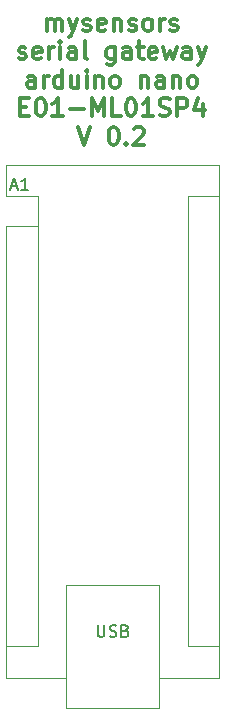
<source format=gbr>
%TF.GenerationSoftware,KiCad,Pcbnew,(6.0.11)*%
%TF.CreationDate,2023-03-05T00:30:33+01:00*%
%TF.ProjectId,gateway-nano-E01-ml01sp4,67617465-7761-4792-9d6e-616e6f2d4530,rev?*%
%TF.SameCoordinates,Original*%
%TF.FileFunction,Legend,Top*%
%TF.FilePolarity,Positive*%
%FSLAX46Y46*%
G04 Gerber Fmt 4.6, Leading zero omitted, Abs format (unit mm)*
G04 Created by KiCad (PCBNEW (6.0.11)) date 2023-03-05 00:30:33*
%MOMM*%
%LPD*%
G01*
G04 APERTURE LIST*
%ADD10C,0.300000*%
%ADD11C,0.150000*%
%ADD12C,0.120000*%
G04 APERTURE END LIST*
D10*
X117000000Y-71048571D02*
X117000000Y-70048571D01*
X117000000Y-70191428D02*
X117071428Y-70120000D01*
X117214285Y-70048571D01*
X117428571Y-70048571D01*
X117571428Y-70120000D01*
X117642857Y-70262857D01*
X117642857Y-71048571D01*
X117642857Y-70262857D02*
X117714285Y-70120000D01*
X117857142Y-70048571D01*
X118071428Y-70048571D01*
X118214285Y-70120000D01*
X118285714Y-70262857D01*
X118285714Y-71048571D01*
X118857142Y-70048571D02*
X119214285Y-71048571D01*
X119571428Y-70048571D02*
X119214285Y-71048571D01*
X119071428Y-71405714D01*
X119000000Y-71477142D01*
X118857142Y-71548571D01*
X120071428Y-70977142D02*
X120214285Y-71048571D01*
X120500000Y-71048571D01*
X120642857Y-70977142D01*
X120714285Y-70834285D01*
X120714285Y-70762857D01*
X120642857Y-70620000D01*
X120500000Y-70548571D01*
X120285714Y-70548571D01*
X120142857Y-70477142D01*
X120071428Y-70334285D01*
X120071428Y-70262857D01*
X120142857Y-70120000D01*
X120285714Y-70048571D01*
X120500000Y-70048571D01*
X120642857Y-70120000D01*
X121928571Y-70977142D02*
X121785714Y-71048571D01*
X121500000Y-71048571D01*
X121357142Y-70977142D01*
X121285714Y-70834285D01*
X121285714Y-70262857D01*
X121357142Y-70120000D01*
X121500000Y-70048571D01*
X121785714Y-70048571D01*
X121928571Y-70120000D01*
X122000000Y-70262857D01*
X122000000Y-70405714D01*
X121285714Y-70548571D01*
X122642857Y-70048571D02*
X122642857Y-71048571D01*
X122642857Y-70191428D02*
X122714285Y-70120000D01*
X122857142Y-70048571D01*
X123071428Y-70048571D01*
X123214285Y-70120000D01*
X123285714Y-70262857D01*
X123285714Y-71048571D01*
X123928571Y-70977142D02*
X124071428Y-71048571D01*
X124357142Y-71048571D01*
X124500000Y-70977142D01*
X124571428Y-70834285D01*
X124571428Y-70762857D01*
X124500000Y-70620000D01*
X124357142Y-70548571D01*
X124142857Y-70548571D01*
X124000000Y-70477142D01*
X123928571Y-70334285D01*
X123928571Y-70262857D01*
X124000000Y-70120000D01*
X124142857Y-70048571D01*
X124357142Y-70048571D01*
X124500000Y-70120000D01*
X125428571Y-71048571D02*
X125285714Y-70977142D01*
X125214285Y-70905714D01*
X125142857Y-70762857D01*
X125142857Y-70334285D01*
X125214285Y-70191428D01*
X125285714Y-70120000D01*
X125428571Y-70048571D01*
X125642857Y-70048571D01*
X125785714Y-70120000D01*
X125857142Y-70191428D01*
X125928571Y-70334285D01*
X125928571Y-70762857D01*
X125857142Y-70905714D01*
X125785714Y-70977142D01*
X125642857Y-71048571D01*
X125428571Y-71048571D01*
X126571428Y-71048571D02*
X126571428Y-70048571D01*
X126571428Y-70334285D02*
X126642857Y-70191428D01*
X126714285Y-70120000D01*
X126857142Y-70048571D01*
X127000000Y-70048571D01*
X127428571Y-70977142D02*
X127571428Y-71048571D01*
X127857142Y-71048571D01*
X128000000Y-70977142D01*
X128071428Y-70834285D01*
X128071428Y-70762857D01*
X128000000Y-70620000D01*
X127857142Y-70548571D01*
X127642857Y-70548571D01*
X127500000Y-70477142D01*
X127428571Y-70334285D01*
X127428571Y-70262857D01*
X127500000Y-70120000D01*
X127642857Y-70048571D01*
X127857142Y-70048571D01*
X128000000Y-70120000D01*
X114607142Y-73392142D02*
X114750000Y-73463571D01*
X115035714Y-73463571D01*
X115178571Y-73392142D01*
X115250000Y-73249285D01*
X115250000Y-73177857D01*
X115178571Y-73035000D01*
X115035714Y-72963571D01*
X114821428Y-72963571D01*
X114678571Y-72892142D01*
X114607142Y-72749285D01*
X114607142Y-72677857D01*
X114678571Y-72535000D01*
X114821428Y-72463571D01*
X115035714Y-72463571D01*
X115178571Y-72535000D01*
X116464285Y-73392142D02*
X116321428Y-73463571D01*
X116035714Y-73463571D01*
X115892857Y-73392142D01*
X115821428Y-73249285D01*
X115821428Y-72677857D01*
X115892857Y-72535000D01*
X116035714Y-72463571D01*
X116321428Y-72463571D01*
X116464285Y-72535000D01*
X116535714Y-72677857D01*
X116535714Y-72820714D01*
X115821428Y-72963571D01*
X117178571Y-73463571D02*
X117178571Y-72463571D01*
X117178571Y-72749285D02*
X117250000Y-72606428D01*
X117321428Y-72535000D01*
X117464285Y-72463571D01*
X117607142Y-72463571D01*
X118107142Y-73463571D02*
X118107142Y-72463571D01*
X118107142Y-71963571D02*
X118035714Y-72035000D01*
X118107142Y-72106428D01*
X118178571Y-72035000D01*
X118107142Y-71963571D01*
X118107142Y-72106428D01*
X119464285Y-73463571D02*
X119464285Y-72677857D01*
X119392857Y-72535000D01*
X119250000Y-72463571D01*
X118964285Y-72463571D01*
X118821428Y-72535000D01*
X119464285Y-73392142D02*
X119321428Y-73463571D01*
X118964285Y-73463571D01*
X118821428Y-73392142D01*
X118750000Y-73249285D01*
X118750000Y-73106428D01*
X118821428Y-72963571D01*
X118964285Y-72892142D01*
X119321428Y-72892142D01*
X119464285Y-72820714D01*
X120392857Y-73463571D02*
X120250000Y-73392142D01*
X120178571Y-73249285D01*
X120178571Y-71963571D01*
X122750000Y-72463571D02*
X122750000Y-73677857D01*
X122678571Y-73820714D01*
X122607142Y-73892142D01*
X122464285Y-73963571D01*
X122250000Y-73963571D01*
X122107142Y-73892142D01*
X122750000Y-73392142D02*
X122607142Y-73463571D01*
X122321428Y-73463571D01*
X122178571Y-73392142D01*
X122107142Y-73320714D01*
X122035714Y-73177857D01*
X122035714Y-72749285D01*
X122107142Y-72606428D01*
X122178571Y-72535000D01*
X122321428Y-72463571D01*
X122607142Y-72463571D01*
X122750000Y-72535000D01*
X124107142Y-73463571D02*
X124107142Y-72677857D01*
X124035714Y-72535000D01*
X123892857Y-72463571D01*
X123607142Y-72463571D01*
X123464285Y-72535000D01*
X124107142Y-73392142D02*
X123964285Y-73463571D01*
X123607142Y-73463571D01*
X123464285Y-73392142D01*
X123392857Y-73249285D01*
X123392857Y-73106428D01*
X123464285Y-72963571D01*
X123607142Y-72892142D01*
X123964285Y-72892142D01*
X124107142Y-72820714D01*
X124607142Y-72463571D02*
X125178571Y-72463571D01*
X124821428Y-71963571D02*
X124821428Y-73249285D01*
X124892857Y-73392142D01*
X125035714Y-73463571D01*
X125178571Y-73463571D01*
X126250000Y-73392142D02*
X126107142Y-73463571D01*
X125821428Y-73463571D01*
X125678571Y-73392142D01*
X125607142Y-73249285D01*
X125607142Y-72677857D01*
X125678571Y-72535000D01*
X125821428Y-72463571D01*
X126107142Y-72463571D01*
X126250000Y-72535000D01*
X126321428Y-72677857D01*
X126321428Y-72820714D01*
X125607142Y-72963571D01*
X126821428Y-72463571D02*
X127107142Y-73463571D01*
X127392857Y-72749285D01*
X127678571Y-73463571D01*
X127964285Y-72463571D01*
X129178571Y-73463571D02*
X129178571Y-72677857D01*
X129107142Y-72535000D01*
X128964285Y-72463571D01*
X128678571Y-72463571D01*
X128535714Y-72535000D01*
X129178571Y-73392142D02*
X129035714Y-73463571D01*
X128678571Y-73463571D01*
X128535714Y-73392142D01*
X128464285Y-73249285D01*
X128464285Y-73106428D01*
X128535714Y-72963571D01*
X128678571Y-72892142D01*
X129035714Y-72892142D01*
X129178571Y-72820714D01*
X129750000Y-72463571D02*
X130107142Y-73463571D01*
X130464285Y-72463571D02*
X130107142Y-73463571D01*
X129964285Y-73820714D01*
X129892857Y-73892142D01*
X129750000Y-73963571D01*
X116000000Y-75878571D02*
X116000000Y-75092857D01*
X115928571Y-74950000D01*
X115785714Y-74878571D01*
X115500000Y-74878571D01*
X115357142Y-74950000D01*
X116000000Y-75807142D02*
X115857142Y-75878571D01*
X115500000Y-75878571D01*
X115357142Y-75807142D01*
X115285714Y-75664285D01*
X115285714Y-75521428D01*
X115357142Y-75378571D01*
X115500000Y-75307142D01*
X115857142Y-75307142D01*
X116000000Y-75235714D01*
X116714285Y-75878571D02*
X116714285Y-74878571D01*
X116714285Y-75164285D02*
X116785714Y-75021428D01*
X116857142Y-74950000D01*
X117000000Y-74878571D01*
X117142857Y-74878571D01*
X118285714Y-75878571D02*
X118285714Y-74378571D01*
X118285714Y-75807142D02*
X118142857Y-75878571D01*
X117857142Y-75878571D01*
X117714285Y-75807142D01*
X117642857Y-75735714D01*
X117571428Y-75592857D01*
X117571428Y-75164285D01*
X117642857Y-75021428D01*
X117714285Y-74950000D01*
X117857142Y-74878571D01*
X118142857Y-74878571D01*
X118285714Y-74950000D01*
X119642857Y-74878571D02*
X119642857Y-75878571D01*
X119000000Y-74878571D02*
X119000000Y-75664285D01*
X119071428Y-75807142D01*
X119214285Y-75878571D01*
X119428571Y-75878571D01*
X119571428Y-75807142D01*
X119642857Y-75735714D01*
X120357142Y-75878571D02*
X120357142Y-74878571D01*
X120357142Y-74378571D02*
X120285714Y-74450000D01*
X120357142Y-74521428D01*
X120428571Y-74450000D01*
X120357142Y-74378571D01*
X120357142Y-74521428D01*
X121071428Y-74878571D02*
X121071428Y-75878571D01*
X121071428Y-75021428D02*
X121142857Y-74950000D01*
X121285714Y-74878571D01*
X121500000Y-74878571D01*
X121642857Y-74950000D01*
X121714285Y-75092857D01*
X121714285Y-75878571D01*
X122642857Y-75878571D02*
X122500000Y-75807142D01*
X122428571Y-75735714D01*
X122357142Y-75592857D01*
X122357142Y-75164285D01*
X122428571Y-75021428D01*
X122500000Y-74950000D01*
X122642857Y-74878571D01*
X122857142Y-74878571D01*
X123000000Y-74950000D01*
X123071428Y-75021428D01*
X123142857Y-75164285D01*
X123142857Y-75592857D01*
X123071428Y-75735714D01*
X123000000Y-75807142D01*
X122857142Y-75878571D01*
X122642857Y-75878571D01*
X124928571Y-74878571D02*
X124928571Y-75878571D01*
X124928571Y-75021428D02*
X125000000Y-74950000D01*
X125142857Y-74878571D01*
X125357142Y-74878571D01*
X125500000Y-74950000D01*
X125571428Y-75092857D01*
X125571428Y-75878571D01*
X126928571Y-75878571D02*
X126928571Y-75092857D01*
X126857142Y-74950000D01*
X126714285Y-74878571D01*
X126428571Y-74878571D01*
X126285714Y-74950000D01*
X126928571Y-75807142D02*
X126785714Y-75878571D01*
X126428571Y-75878571D01*
X126285714Y-75807142D01*
X126214285Y-75664285D01*
X126214285Y-75521428D01*
X126285714Y-75378571D01*
X126428571Y-75307142D01*
X126785714Y-75307142D01*
X126928571Y-75235714D01*
X127642857Y-74878571D02*
X127642857Y-75878571D01*
X127642857Y-75021428D02*
X127714285Y-74950000D01*
X127857142Y-74878571D01*
X128071428Y-74878571D01*
X128214285Y-74950000D01*
X128285714Y-75092857D01*
X128285714Y-75878571D01*
X129214285Y-75878571D02*
X129071428Y-75807142D01*
X129000000Y-75735714D01*
X128928571Y-75592857D01*
X128928571Y-75164285D01*
X129000000Y-75021428D01*
X129071428Y-74950000D01*
X129214285Y-74878571D01*
X129428571Y-74878571D01*
X129571428Y-74950000D01*
X129642857Y-75021428D01*
X129714285Y-75164285D01*
X129714285Y-75592857D01*
X129642857Y-75735714D01*
X129571428Y-75807142D01*
X129428571Y-75878571D01*
X129214285Y-75878571D01*
X114750000Y-77507857D02*
X115250000Y-77507857D01*
X115464285Y-78293571D02*
X114750000Y-78293571D01*
X114750000Y-76793571D01*
X115464285Y-76793571D01*
X116392857Y-76793571D02*
X116535714Y-76793571D01*
X116678571Y-76865000D01*
X116750000Y-76936428D01*
X116821428Y-77079285D01*
X116892857Y-77365000D01*
X116892857Y-77722142D01*
X116821428Y-78007857D01*
X116750000Y-78150714D01*
X116678571Y-78222142D01*
X116535714Y-78293571D01*
X116392857Y-78293571D01*
X116250000Y-78222142D01*
X116178571Y-78150714D01*
X116107142Y-78007857D01*
X116035714Y-77722142D01*
X116035714Y-77365000D01*
X116107142Y-77079285D01*
X116178571Y-76936428D01*
X116250000Y-76865000D01*
X116392857Y-76793571D01*
X118321428Y-78293571D02*
X117464285Y-78293571D01*
X117892857Y-78293571D02*
X117892857Y-76793571D01*
X117750000Y-77007857D01*
X117607142Y-77150714D01*
X117464285Y-77222142D01*
X118964285Y-77722142D02*
X120107142Y-77722142D01*
X120821428Y-78293571D02*
X120821428Y-76793571D01*
X121321428Y-77865000D01*
X121821428Y-76793571D01*
X121821428Y-78293571D01*
X123250000Y-78293571D02*
X122535714Y-78293571D01*
X122535714Y-76793571D01*
X124035714Y-76793571D02*
X124178571Y-76793571D01*
X124321428Y-76865000D01*
X124392857Y-76936428D01*
X124464285Y-77079285D01*
X124535714Y-77365000D01*
X124535714Y-77722142D01*
X124464285Y-78007857D01*
X124392857Y-78150714D01*
X124321428Y-78222142D01*
X124178571Y-78293571D01*
X124035714Y-78293571D01*
X123892857Y-78222142D01*
X123821428Y-78150714D01*
X123750000Y-78007857D01*
X123678571Y-77722142D01*
X123678571Y-77365000D01*
X123750000Y-77079285D01*
X123821428Y-76936428D01*
X123892857Y-76865000D01*
X124035714Y-76793571D01*
X125964285Y-78293571D02*
X125107142Y-78293571D01*
X125535714Y-78293571D02*
X125535714Y-76793571D01*
X125392857Y-77007857D01*
X125250000Y-77150714D01*
X125107142Y-77222142D01*
X126535714Y-78222142D02*
X126750000Y-78293571D01*
X127107142Y-78293571D01*
X127250000Y-78222142D01*
X127321428Y-78150714D01*
X127392857Y-78007857D01*
X127392857Y-77865000D01*
X127321428Y-77722142D01*
X127250000Y-77650714D01*
X127107142Y-77579285D01*
X126821428Y-77507857D01*
X126678571Y-77436428D01*
X126607142Y-77365000D01*
X126535714Y-77222142D01*
X126535714Y-77079285D01*
X126607142Y-76936428D01*
X126678571Y-76865000D01*
X126821428Y-76793571D01*
X127178571Y-76793571D01*
X127392857Y-76865000D01*
X128035714Y-78293571D02*
X128035714Y-76793571D01*
X128607142Y-76793571D01*
X128750000Y-76865000D01*
X128821428Y-76936428D01*
X128892857Y-77079285D01*
X128892857Y-77293571D01*
X128821428Y-77436428D01*
X128750000Y-77507857D01*
X128607142Y-77579285D01*
X128035714Y-77579285D01*
X130178571Y-77293571D02*
X130178571Y-78293571D01*
X129821428Y-76722142D02*
X129464285Y-77793571D01*
X130392857Y-77793571D01*
X119642857Y-79208571D02*
X120142857Y-80708571D01*
X120642857Y-79208571D01*
X122571428Y-79208571D02*
X122714285Y-79208571D01*
X122857142Y-79280000D01*
X122928571Y-79351428D01*
X123000000Y-79494285D01*
X123071428Y-79780000D01*
X123071428Y-80137142D01*
X123000000Y-80422857D01*
X122928571Y-80565714D01*
X122857142Y-80637142D01*
X122714285Y-80708571D01*
X122571428Y-80708571D01*
X122428571Y-80637142D01*
X122357142Y-80565714D01*
X122285714Y-80422857D01*
X122214285Y-80137142D01*
X122214285Y-79780000D01*
X122285714Y-79494285D01*
X122357142Y-79351428D01*
X122428571Y-79280000D01*
X122571428Y-79208571D01*
X123714285Y-80565714D02*
X123785714Y-80637142D01*
X123714285Y-80708571D01*
X123642857Y-80637142D01*
X123714285Y-80565714D01*
X123714285Y-80708571D01*
X124357142Y-79351428D02*
X124428571Y-79280000D01*
X124571428Y-79208571D01*
X124928571Y-79208571D01*
X125071428Y-79280000D01*
X125142857Y-79351428D01*
X125214285Y-79494285D01*
X125214285Y-79637142D01*
X125142857Y-79851428D01*
X124285714Y-80708571D01*
X125214285Y-80708571D01*
D11*
%TO.C,A1*%
X113966714Y-84240666D02*
X114442904Y-84240666D01*
X113871476Y-84526380D02*
X114204809Y-83526380D01*
X114538142Y-84526380D01*
X115395285Y-84526380D02*
X114823857Y-84526380D01*
X115109571Y-84526380D02*
X115109571Y-83526380D01*
X115014333Y-83669238D01*
X114919095Y-83764476D01*
X114823857Y-83812095D01*
X121293095Y-121372380D02*
X121293095Y-122181904D01*
X121340714Y-122277142D01*
X121388333Y-122324761D01*
X121483571Y-122372380D01*
X121674047Y-122372380D01*
X121769285Y-122324761D01*
X121816904Y-122277142D01*
X121864523Y-122181904D01*
X121864523Y-121372380D01*
X122293095Y-122324761D02*
X122435952Y-122372380D01*
X122674047Y-122372380D01*
X122769285Y-122324761D01*
X122816904Y-122277142D01*
X122864523Y-122181904D01*
X122864523Y-122086666D01*
X122816904Y-121991428D01*
X122769285Y-121943809D01*
X122674047Y-121896190D01*
X122483571Y-121848571D01*
X122388333Y-121800952D01*
X122340714Y-121753333D01*
X122293095Y-121658095D01*
X122293095Y-121562857D01*
X122340714Y-121467619D01*
X122388333Y-121420000D01*
X122483571Y-121372380D01*
X122721666Y-121372380D01*
X122864523Y-121420000D01*
X123626428Y-121848571D02*
X123769285Y-121896190D01*
X123816904Y-121943809D01*
X123864523Y-122039047D01*
X123864523Y-122181904D01*
X123816904Y-122277142D01*
X123769285Y-122324761D01*
X123674047Y-122372380D01*
X123293095Y-122372380D01*
X123293095Y-121372380D01*
X123626428Y-121372380D01*
X123721666Y-121420000D01*
X123769285Y-121467619D01*
X123816904Y-121562857D01*
X123816904Y-121658095D01*
X123769285Y-121753333D01*
X123721666Y-121800952D01*
X123626428Y-121848571D01*
X123293095Y-121848571D01*
D12*
X113535000Y-87630000D02*
X113535000Y-125860000D01*
X116205000Y-87630000D02*
X116205000Y-85090000D01*
X118615000Y-128400000D02*
X118615000Y-117980000D01*
X118615000Y-117980000D02*
X126495000Y-117980000D01*
X131575000Y-125860000D02*
X131575000Y-82420000D01*
X126495000Y-117980000D02*
X126495000Y-128400000D01*
X126495000Y-128400000D02*
X118615000Y-128400000D01*
X131575000Y-125860000D02*
X126495000Y-125860000D01*
X116205000Y-87630000D02*
X113535000Y-87630000D01*
X128905000Y-123190000D02*
X131575000Y-123190000D01*
X131575000Y-82420000D02*
X113535000Y-82420000D01*
X113535000Y-82420000D02*
X113535000Y-85090000D01*
X116205000Y-85090000D02*
X113535000Y-85090000D01*
X116205000Y-87630000D02*
X116205000Y-123190000D01*
X128905000Y-85090000D02*
X128905000Y-123190000D01*
X128905000Y-85090000D02*
X131575000Y-85090000D01*
X113535000Y-125860000D02*
X118615000Y-125860000D01*
X116205000Y-123190000D02*
X113535000Y-123190000D01*
%TD*%
M02*

</source>
